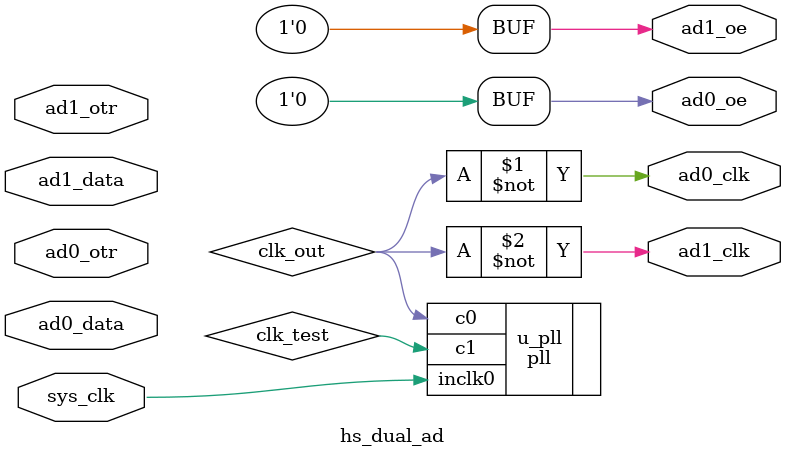
<source format=v>
module hs_dual_ad(
    input           sys_clk,

    input   [9:0]   ad0_data,
    input           ad0_otr,
    output          ad0_clk,
    output          ad0_oe,

    input   [9:0]   ad1_data,
    input           ad1_otr,
    output          ad1_clk,
    output          ad1_oe
);

wire clk_out;
wire clk_test;

assign ad0_oe = 1'b0;               //低电平有效
assign ad1_oe = 1'b0;               //低电平有效
assign ad0_clk = ~clk_out;
assign ad1_clk = ~clk_out;

pll u_pll(
    .inclk0     (sys_clk),
    .c0         (clk_out),
    .c1         (clk_test)
);

endmodule
</source>
